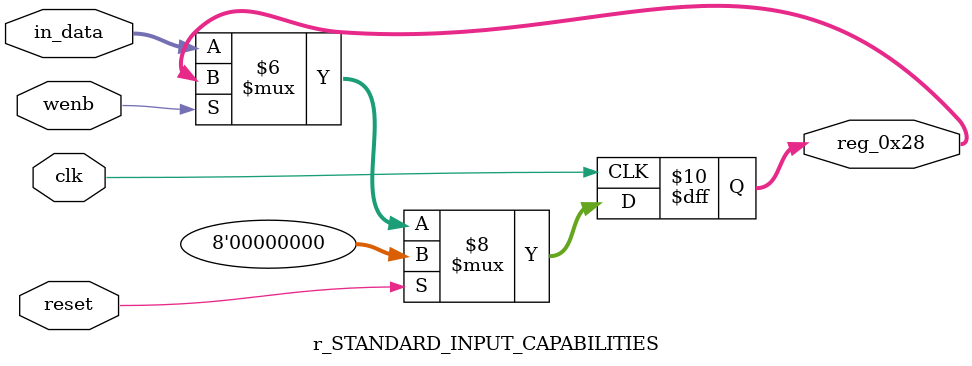
<source format=v>
module r_STANDARD_INPUT_CAPABILITIES(output reg [7:0] reg_0x28, input wire reset, input wire wenb, input wire [7:0] in_data, input wire clk);
	always@(posedge clk)
	begin
		if(reset==0) begin
			if(wenb==0)
				reg_0x28<=in_data;
			else
				reg_0x28<=reg_0x28;
		end
		else
			reg_0x28<=8'h00;
	end
endmodule
</source>
